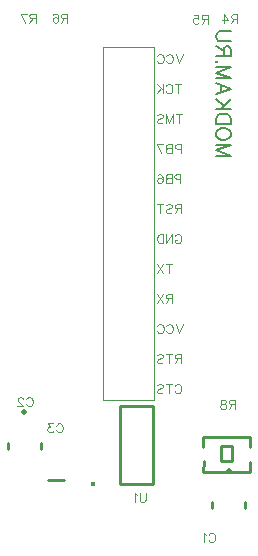
<source format=gbr>
G04 DipTrace 3.3.1.1*
G04 BottomSilk.gbr*
%MOMM*%
G04 #@! TF.FileFunction,Legend,Bot*
G04 #@! TF.Part,Single*
%ADD10C,0.25*%
%ADD15O,0.50008X0.49995*%
%ADD21O,0.39105X0.39124*%
%ADD23C,0.1*%
%ADD71C,0.11765*%
%ADD73C,0.19608*%
%FSLAX35Y35*%
G04*
G71*
G90*
G75*
G01*
G04 BotSilk*
%LPD*%
D15*
X2966480Y1628666D3*
X3106480Y1363648D2*
D10*
Y1313653D1*
X2826480Y1363648D2*
Y1313653D1*
D15*
X1235017Y2127209D3*
X1375017Y1862192D2*
D10*
Y1812197D1*
X1095017Y1862192D2*
Y1812197D1*
X1440877Y1553253D2*
X1570777D1*
D21*
X1818287Y1517060D3*
X2045017Y1514421D2*
D10*
Y2174388D1*
X2324973Y1514421D2*
Y2174388D1*
X2045017D2*
X2324973D1*
X2045017Y1514421D2*
X2324973D1*
X1902767Y5214672D2*
D23*
X2331393D1*
Y2229868D1*
X1902767D1*
Y5214672D1*
X2997673Y1835013D2*
D10*
X2902447D1*
Y1707929D1*
X2997673D1*
Y1835013D1*
X3148896Y1706866D2*
Y1621967D1*
X2752621D1*
X2753449Y1707516D1*
X2751275Y1832267D2*
Y1917167D1*
X3147551D1*
X3146723Y1831618D1*
X2796234Y1083475D2*
D71*
X2799856Y1090719D1*
X2807184Y1098047D1*
X2814428Y1101669D1*
X2829000D1*
X2836328Y1098047D1*
X2843572Y1090719D1*
X2847278Y1083475D1*
X2850900Y1072525D1*
Y1054247D1*
X2847278Y1043381D1*
X2843572Y1036053D1*
X2836328Y1028809D1*
X2829000Y1025103D1*
X2814428D1*
X2807184Y1028809D1*
X2799856Y1036053D1*
X2796234Y1043381D1*
X2772705Y1087012D2*
X2765377Y1090719D1*
X2754427Y1101584D1*
Y1025103D1*
X3019326Y2190867D2*
X2986561D1*
X2975611Y2194573D1*
X2971905Y2198195D1*
X2968283Y2205439D1*
Y2212767D1*
X2971905Y2220011D1*
X2975611Y2223717D1*
X2986561Y2227339D1*
X3019326D1*
Y2150773D1*
X2993805Y2190867D2*
X2968283Y2150773D1*
X2926559Y2227254D2*
X2937425Y2223632D1*
X2941131Y2216389D1*
Y2209061D1*
X2937425Y2201817D1*
X2930181Y2198111D1*
X2915609Y2194489D1*
X2904659Y2190867D1*
X2897415Y2183539D1*
X2893794Y2176295D1*
Y2165345D1*
X2897415Y2158101D1*
X2901037Y2154395D1*
X2911987Y2150773D1*
X2926559D1*
X2937425Y2154395D1*
X2941131Y2158101D1*
X2944753Y2165345D1*
Y2176295D1*
X2941131Y2183539D1*
X2933803Y2190867D1*
X2922937Y2194489D1*
X2908365Y2198111D1*
X2901037Y2201817D1*
X2897415Y2209061D1*
Y2216389D1*
X2901037Y2223632D1*
X2911987Y2227254D1*
X2926559D1*
X2263479Y1440780D2*
Y1386115D1*
X2259857Y1375165D1*
X2252529Y1367921D1*
X2241579Y1364215D1*
X2234335D1*
X2223385Y1367921D1*
X2216057Y1375165D1*
X2212435Y1386115D1*
Y1440780D1*
X2188906Y1426124D2*
X2181578Y1429830D1*
X2170628Y1440696D1*
Y1364215D1*
X1506899Y2011184D2*
X1510521Y2018428D1*
X1517849Y2025756D1*
X1525093Y2029378D1*
X1539665D1*
X1546993Y2025756D1*
X1554237Y2018428D1*
X1557943Y2011184D1*
X1561565Y2000234D1*
Y1981956D1*
X1557943Y1971091D1*
X1554237Y1963763D1*
X1546993Y1956519D1*
X1539665Y1952813D1*
X1525093D1*
X1517849Y1956519D1*
X1510521Y1963763D1*
X1506899Y1971091D1*
X1476041Y2029294D2*
X1436032D1*
X1457848Y2000150D1*
X1446898D1*
X1439654Y1996528D1*
X1436032Y1992906D1*
X1432326Y1981956D1*
Y1974713D1*
X1436032Y1963763D1*
X1443276Y1956434D1*
X1454226Y1952813D1*
X1465176D1*
X1476041Y1956434D1*
X1479663Y1960141D1*
X1483370Y1967384D1*
X3038605Y5456853D2*
X3005839D1*
X2994889Y5460559D1*
X2991183Y5464181D1*
X2987561Y5471425D1*
Y5478753D1*
X2991183Y5485997D1*
X2994889Y5489703D1*
X3005839Y5493325D1*
X3038605D1*
Y5416759D1*
X3013083Y5456853D2*
X2987561Y5416759D1*
X2927560D2*
Y5493241D1*
X2964031Y5442281D1*
X2909366D1*
X2788516Y5453346D2*
X2755750D1*
X2744800Y5457053D1*
X2741094Y5460674D1*
X2737472Y5467918D1*
Y5475246D1*
X2741094Y5482490D1*
X2744800Y5486196D1*
X2755750Y5489818D1*
X2788516D1*
Y5413253D1*
X2762994Y5453346D2*
X2737472Y5413253D1*
X2670227Y5489734D2*
X2706615D1*
X2710237Y5456968D1*
X2706615Y5460590D1*
X2695665Y5464296D1*
X2684799D1*
X2673849Y5460590D1*
X2666521Y5453346D1*
X2662899Y5442396D1*
Y5435153D1*
X2666521Y5424203D1*
X2673849Y5416874D1*
X2684799Y5413253D1*
X2695665D1*
X2706615Y5416874D1*
X2710237Y5420581D1*
X2713943Y5427824D1*
X1597473Y5462243D2*
X1564708D1*
X1553758Y5465949D1*
X1550051Y5469571D1*
X1546429Y5476815D1*
Y5484143D1*
X1550051Y5491387D1*
X1553758Y5495093D1*
X1564708Y5498715D1*
X1597473D1*
Y5422149D1*
X1571951Y5462243D2*
X1546429Y5422149D1*
X1479184Y5487765D2*
X1482806Y5495009D1*
X1493756Y5498631D1*
X1501000D1*
X1511950Y5495009D1*
X1519278Y5484059D1*
X1522900Y5465865D1*
Y5447671D1*
X1519278Y5433099D1*
X1511950Y5425771D1*
X1501000Y5422149D1*
X1497378D1*
X1486512Y5425771D1*
X1479184Y5433099D1*
X1475562Y5444049D1*
Y5447671D1*
X1479184Y5458621D1*
X1486512Y5465865D1*
X1497378Y5469487D1*
X1501000D1*
X1511950Y5465865D1*
X1519278Y5458621D1*
X1522900Y5447671D1*
X1331276Y5462243D2*
X1298510D1*
X1287560Y5465949D1*
X1283854Y5469571D1*
X1280232Y5476815D1*
Y5484143D1*
X1283854Y5491387D1*
X1287560Y5495093D1*
X1298510Y5498715D1*
X1331276D1*
Y5422149D1*
X1305754Y5462243D2*
X1280232Y5422149D1*
X1242131D2*
X1205659Y5498631D1*
X1256703D1*
X2539533Y4902382D2*
Y4825816D1*
X2565055Y4902382D2*
X2514011D1*
X2435816Y4884188D2*
X2439438Y4891432D1*
X2446766Y4898760D1*
X2454009Y4902382D1*
X2468581D1*
X2475909Y4898760D1*
X2483153Y4891432D1*
X2486859Y4884188D1*
X2490481Y4873238D1*
Y4854960D1*
X2486859Y4844094D1*
X2483153Y4836766D1*
X2475909Y4829522D1*
X2468581Y4825816D1*
X2454009D1*
X2446766Y4829522D1*
X2439438Y4836766D1*
X2435816Y4844094D1*
X2412286Y4902382D2*
Y4825816D1*
X2361242Y4902382D2*
X2412286Y4851338D1*
X2394092Y4869616D2*
X2361242Y4825816D1*
X2575920Y5156408D2*
X2546777Y5079843D1*
X2517633Y5156408D1*
X2439438Y5138214D2*
X2443059Y5145458D1*
X2450388Y5152786D1*
X2457631Y5156408D1*
X2472203D1*
X2479531Y5152786D1*
X2486775Y5145458D1*
X2490481Y5138214D1*
X2494103Y5127264D1*
Y5108986D1*
X2490481Y5098121D1*
X2486775Y5090793D1*
X2479531Y5083549D1*
X2472203Y5079843D1*
X2457631D1*
X2450388Y5083549D1*
X2443059Y5090793D1*
X2439438Y5098121D1*
X2361242Y5138214D2*
X2364864Y5145458D1*
X2372192Y5152786D1*
X2379436Y5156408D1*
X2394008D1*
X2401336Y5152786D1*
X2408580Y5145458D1*
X2412286Y5138214D1*
X2415908Y5127264D1*
Y5108986D1*
X2412286Y5098121D1*
X2408580Y5090793D1*
X2401336Y5083549D1*
X2394008Y5079843D1*
X2379436D1*
X2372192Y5083549D1*
X2364864Y5090793D1*
X2361242Y5098121D1*
X2543155Y4648355D2*
Y4571789D1*
X2568677Y4648355D2*
X2517633D1*
X2435816Y4571789D2*
Y4648355D1*
X2464959Y4571789D1*
X2494103Y4648355D1*
Y4571789D1*
X2361242Y4637405D2*
X2368486Y4644733D1*
X2379436Y4648355D1*
X2394008D1*
X2404958Y4644733D1*
X2412286Y4637405D1*
Y4630161D1*
X2408580Y4622833D1*
X2404958Y4619211D1*
X2397714Y4615589D1*
X2375814Y4608261D1*
X2368486Y4604639D1*
X2364864Y4600933D1*
X2361242Y4593689D1*
Y4582739D1*
X2368486Y4575495D1*
X2379436Y4571789D1*
X2394008D1*
X2404958Y4575495D1*
X2412286Y4582739D1*
X2561433Y4354234D2*
X2528583D1*
X2517717Y4357856D1*
X2514011Y4361563D1*
X2510389Y4368806D1*
Y4379756D1*
X2514011Y4387000D1*
X2517717Y4390706D1*
X2528583Y4394328D1*
X2561433D1*
Y4317763D1*
X2486859Y4394328D2*
Y4317763D1*
X2454009D1*
X2443059Y4321469D1*
X2439438Y4325091D1*
X2435816Y4332334D1*
Y4343284D1*
X2439438Y4350613D1*
X2443059Y4354234D1*
X2454009Y4357856D1*
X2443059Y4361563D1*
X2439438Y4365184D1*
X2435816Y4372428D1*
Y4379756D1*
X2439438Y4387000D1*
X2443059Y4390706D1*
X2454009Y4394328D1*
X2486859D1*
Y4357856D2*
X2454009D1*
X2397714Y4317763D2*
X2361242Y4394244D1*
X2412286D1*
X2557727Y4100208D2*
X2524877D1*
X2514011Y4103830D1*
X2510305Y4107536D1*
X2506683Y4114780D1*
Y4125730D1*
X2510305Y4132974D1*
X2514011Y4136680D1*
X2524877Y4140302D1*
X2557727D1*
Y4063736D1*
X2483153Y4140302D2*
Y4063736D1*
X2450303D1*
X2439353Y4067442D1*
X2435731Y4071064D1*
X2432109Y4078308D1*
Y4089258D1*
X2435731Y4096586D1*
X2439353Y4100208D1*
X2450303Y4103830D1*
X2439353Y4107536D1*
X2435731Y4111158D1*
X2432109Y4118402D1*
Y4125730D1*
X2435731Y4132974D1*
X2439353Y4136680D1*
X2450303Y4140302D1*
X2483153D1*
Y4103830D2*
X2450303D1*
X2364864Y4129352D2*
X2368486Y4136595D1*
X2379436Y4140217D1*
X2386680D1*
X2397630Y4136595D1*
X2404958Y4125645D1*
X2408580Y4107452D1*
Y4089258D1*
X2404958Y4074686D1*
X2397630Y4067358D1*
X2386680Y4063736D1*
X2383058D1*
X2372192Y4067358D1*
X2364864Y4074686D1*
X2361242Y4085636D1*
Y4089258D1*
X2364864Y4100208D1*
X2372192Y4107452D1*
X2383058Y4111074D1*
X2386680D1*
X2397630Y4107452D1*
X2404958Y4100208D1*
X2408580Y4089258D1*
X2561433Y3849803D2*
X2528667D1*
X2517717Y3853509D1*
X2514011Y3857131D1*
X2510389Y3864375D1*
Y3871703D1*
X2514011Y3878947D1*
X2517717Y3882653D1*
X2528667Y3886275D1*
X2561433D1*
Y3809709D1*
X2535911Y3849803D2*
X2510389Y3809709D1*
X2435816Y3875325D2*
X2443059Y3882653D1*
X2454009Y3886275D1*
X2468581D1*
X2479531Y3882653D1*
X2486859Y3875325D1*
Y3868081D1*
X2483153Y3860753D1*
X2479531Y3857131D1*
X2472288Y3853509D1*
X2450388Y3846181D1*
X2443059Y3842559D1*
X2439438Y3838853D1*
X2435816Y3831609D1*
Y3820659D1*
X2443059Y3813415D1*
X2454009Y3809709D1*
X2468581D1*
X2479531Y3813415D1*
X2486859Y3820659D1*
X2386764Y3886275D2*
Y3809709D1*
X2412286Y3886275D2*
X2361242D1*
X2510389Y3614054D2*
X2514011Y3621298D1*
X2521339Y3628626D1*
X2528583Y3632248D1*
X2543155D1*
X2550483Y3628626D1*
X2557727Y3621298D1*
X2561433Y3614054D1*
X2565055Y3603104D1*
Y3584826D1*
X2561433Y3573961D1*
X2557727Y3566633D1*
X2550483Y3559389D1*
X2543155Y3555683D1*
X2528583D1*
X2521339Y3559389D1*
X2514011Y3566633D1*
X2510389Y3573961D1*
Y3584826D1*
X2528583D1*
X2435816Y3632248D2*
Y3555683D1*
X2486859Y3632248D1*
Y3555683D1*
X2412286Y3632248D2*
Y3555683D1*
X2386764D1*
X2375814Y3559389D1*
X2368486Y3566633D1*
X2364864Y3573961D1*
X2361242Y3584826D1*
Y3603104D1*
X2364864Y3614054D1*
X2368486Y3621298D1*
X2375814Y3628626D1*
X2386764Y3632248D1*
X2412286D1*
X2461338Y3378222D2*
Y3301656D1*
X2486859Y3378222D2*
X2435816D1*
X2412286D2*
X2361242Y3301656D1*
Y3378222D2*
X2412286Y3301656D1*
X2486859Y3087723D2*
X2454094D1*
X2443144Y3091429D1*
X2439438Y3095051D1*
X2435816Y3102295D1*
Y3109623D1*
X2439438Y3116867D1*
X2443144Y3120573D1*
X2454094Y3124195D1*
X2486859D1*
Y3047629D1*
X2461338Y3087723D2*
X2435816Y3047629D1*
X2412286Y3124195D2*
X2361242Y3047629D1*
Y3124195D2*
X2412286Y3047629D1*
X2575920Y2870168D2*
X2546777Y2793603D1*
X2517633Y2870168D1*
X2439438Y2851974D2*
X2443059Y2859218D1*
X2450388Y2866546D1*
X2457631Y2870168D1*
X2472203D1*
X2479531Y2866546D1*
X2486775Y2859218D1*
X2490481Y2851974D1*
X2494103Y2841024D1*
Y2822746D1*
X2490481Y2811881D1*
X2486775Y2804553D1*
X2479531Y2797309D1*
X2472203Y2793603D1*
X2457631D1*
X2450388Y2797309D1*
X2443059Y2804553D1*
X2439438Y2811881D1*
X2361242Y2851974D2*
X2364864Y2859218D1*
X2372192Y2866546D1*
X2379436Y2870168D1*
X2394008D1*
X2401336Y2866546D1*
X2408580Y2859218D1*
X2412286Y2851974D1*
X2415908Y2841024D1*
Y2822746D1*
X2412286Y2811881D1*
X2408580Y2804553D1*
X2401336Y2797309D1*
X2394008Y2793603D1*
X2379436D1*
X2372192Y2797309D1*
X2364864Y2804553D1*
X2361242Y2811881D1*
X2561433Y2579670D2*
X2528667D1*
X2517717Y2583376D1*
X2514011Y2586998D1*
X2510389Y2594242D1*
Y2601570D1*
X2514011Y2608814D1*
X2517717Y2612520D1*
X2528667Y2616142D1*
X2561433D1*
Y2539576D1*
X2535911Y2579670D2*
X2510389Y2539576D1*
X2461338Y2616142D2*
Y2539576D1*
X2486859Y2616142D2*
X2435816D1*
X2361242Y2605192D2*
X2368486Y2612520D1*
X2379436Y2616142D1*
X2394008D1*
X2404958Y2612520D1*
X2412286Y2605192D1*
Y2597948D1*
X2408580Y2590620D1*
X2404958Y2586998D1*
X2397714Y2583376D1*
X2375814Y2576048D1*
X2368486Y2572426D1*
X2364864Y2568720D1*
X2361242Y2561476D1*
Y2550526D1*
X2368486Y2543282D1*
X2379436Y2539576D1*
X2394008D1*
X2404958Y2543282D1*
X2412286Y2550526D1*
X2510389Y2343921D2*
X2514011Y2351165D1*
X2521339Y2358493D1*
X2528583Y2362115D1*
X2543155D1*
X2550483Y2358493D1*
X2557727Y2351165D1*
X2561433Y2343921D1*
X2565055Y2332971D1*
Y2314693D1*
X2561433Y2303827D1*
X2557727Y2296499D1*
X2550483Y2289255D1*
X2543155Y2285549D1*
X2528583D1*
X2521339Y2289255D1*
X2514011Y2296499D1*
X2510389Y2303827D1*
X2461338Y2362115D2*
Y2285549D1*
X2486859Y2362115D2*
X2435816D1*
X2361242Y2351165D2*
X2368486Y2358493D1*
X2379436Y2362115D1*
X2394008D1*
X2404958Y2358493D1*
X2412286Y2351165D1*
Y2343921D1*
X2408580Y2336593D1*
X2404958Y2332971D1*
X2397714Y2329349D1*
X2375814Y2322021D1*
X2368486Y2318399D1*
X2364864Y2314693D1*
X2361242Y2307449D1*
Y2296499D1*
X2368486Y2289255D1*
X2379436Y2285549D1*
X2394008D1*
X2404958Y2289255D1*
X2412286Y2296499D1*
X2857649Y4390729D2*
D73*
X2985258D1*
X2857649Y4342156D1*
X2985258Y4293583D1*
X2857649D1*
X2985258Y4466445D2*
X2979222Y4454232D1*
X2967008Y4442158D1*
X2954935Y4435982D1*
X2936685Y4429945D1*
X2906222D1*
X2888112Y4435982D1*
X2875899Y4442158D1*
X2863826Y4454232D1*
X2857649Y4466445D1*
Y4490732D1*
X2863826Y4502805D1*
X2875899Y4515018D1*
X2888112Y4521055D1*
X2906222Y4527091D1*
X2936685D1*
X2954935Y4521055D1*
X2967008Y4515018D1*
X2979222Y4502805D1*
X2985258Y4490732D1*
Y4466445D1*
Y4566307D2*
X2857649D1*
Y4608843D1*
X2863826Y4627093D1*
X2875899Y4639307D1*
X2888112Y4645343D1*
X2906222Y4651380D1*
X2936685D1*
X2954935Y4645343D1*
X2967008Y4639307D1*
X2979222Y4627093D1*
X2985258Y4608843D1*
Y4566307D1*
Y4690596D2*
X2857649D1*
X2985258Y4775669D2*
X2900185Y4690596D1*
X2930649Y4720919D2*
X2857649Y4775669D1*
Y4912171D2*
X2985258Y4863457D1*
X2857649Y4814884D1*
X2900185Y4833134D2*
Y4893921D1*
X2857649Y5048533D2*
X2985258D1*
X2857649Y4999960D1*
X2985258Y4951387D1*
X2857649D1*
X2869862Y5093785D2*
X2863685Y5087748D1*
X2857649Y5093785D1*
X2863685Y5099962D1*
X2869862Y5093785D1*
X2924472Y5139178D2*
Y5193787D1*
X2930648Y5212037D1*
X2936685Y5218214D1*
X2948758Y5224250D1*
X2960972D1*
X2973045Y5218214D1*
X2979222Y5212037D1*
X2985258Y5193787D1*
Y5139177D1*
X2857649Y5139178D1*
X2924472Y5181714D2*
X2857649Y5224251D1*
X2985258Y5263466D2*
X2894148D1*
X2875898Y5269503D1*
X2863825Y5281716D1*
X2857648Y5299966D1*
Y5312039D1*
X2863825Y5330289D1*
X2875899Y5342503D1*
X2894149Y5348539D1*
X2985258D1*
X1252872Y2233458D2*
D71*
X1256494Y2240702D1*
X1263822Y2248030D1*
X1271066Y2251652D1*
X1285638D1*
X1292966Y2248030D1*
X1300210Y2240702D1*
X1303916Y2233458D1*
X1307538Y2222508D1*
Y2204230D1*
X1303916Y2193364D1*
X1300210Y2186036D1*
X1292966Y2178792D1*
X1285638Y2175086D1*
X1271066D1*
X1263822Y2178792D1*
X1256494Y2186036D1*
X1252872Y2193364D1*
X1225637Y2233374D2*
Y2236995D1*
X1222015Y2244324D1*
X1218393Y2247945D1*
X1211065Y2251567D1*
X1196493D1*
X1189249Y2247945D1*
X1185627Y2244324D1*
X1181921Y2236995D1*
Y2229752D1*
X1185627Y2222424D1*
X1192871Y2211558D1*
X1229343Y2175086D1*
X1178299D1*
M02*

</source>
